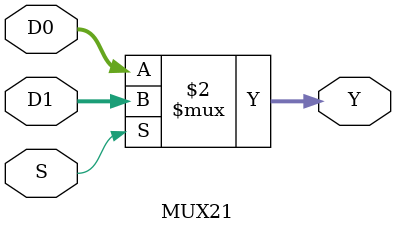
<source format=v>
module MUX21 (
D0 , D1 , S , Y
 );

input S; // select line
input [31:0] D0;
input [31:0] D1;

output[31:0] Y;

assign Y = (S==1'b1) ? D1 : D0;

endmodule // Mux21
</source>
